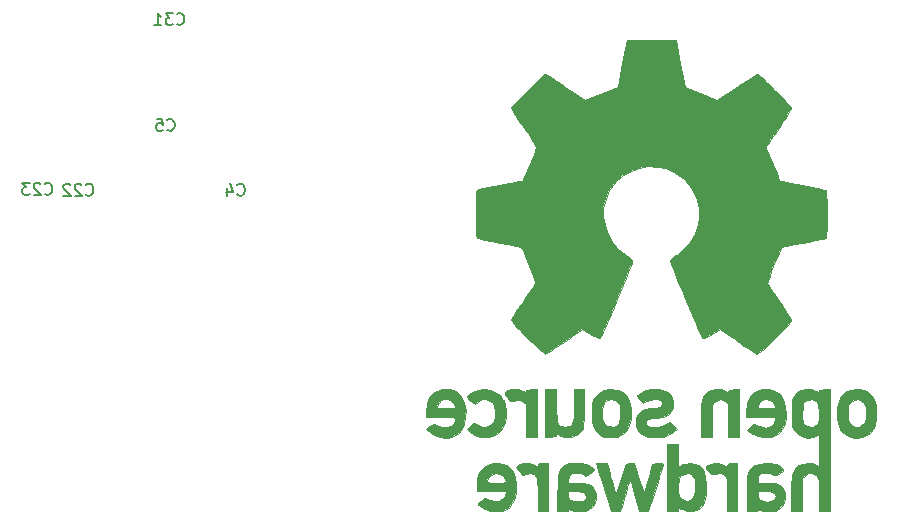
<source format=gbo>
%TF.GenerationSoftware,KiCad,Pcbnew,5.1.6*%
%TF.CreationDate,2020-07-15T16:20:24+02:00*%
%TF.ProjectId,CMM2-JLC,434d4d32-2d4a-44c4-932e-6b696361645f,rev?*%
%TF.SameCoordinates,Original*%
%TF.FileFunction,Legend,Bot*%
%TF.FilePolarity,Positive*%
%FSLAX46Y46*%
G04 Gerber Fmt 4.6, Leading zero omitted, Abs format (unit mm)*
G04 Created by KiCad (PCBNEW 5.1.6) date 2020-07-15 16:20:24*
%MOMM*%
%LPD*%
G01*
G04 APERTURE LIST*
%ADD10C,0.010000*%
%ADD11C,0.150000*%
G04 APERTURE END LIST*
D10*
%TO.C,REF\u002A\u002A*%
G36*
X141991615Y-108030332D02*
G01*
X141816029Y-108117080D01*
X141599502Y-108268243D01*
X141441689Y-108433084D01*
X141333610Y-108640074D01*
X141266282Y-108917685D01*
X141230726Y-109294388D01*
X141217959Y-109798656D01*
X141217213Y-110015447D01*
X141219392Y-110490574D01*
X141228443Y-110830136D01*
X141248135Y-111065100D01*
X141282236Y-111226430D01*
X141334517Y-111345090D01*
X141388916Y-111426039D01*
X141736160Y-111770450D01*
X142145076Y-111977612D01*
X142586207Y-112039920D01*
X143030092Y-111949770D01*
X143170719Y-111886018D01*
X143507377Y-111710542D01*
X143507377Y-114460343D01*
X143261676Y-114333286D01*
X142937934Y-114234981D01*
X142540010Y-114209799D01*
X142142655Y-114256294D01*
X141842579Y-114360739D01*
X141593681Y-114559651D01*
X141381016Y-114844286D01*
X141365026Y-114873510D01*
X141297585Y-115011163D01*
X141248331Y-115149912D01*
X141214427Y-115317991D01*
X141193037Y-115543631D01*
X141181324Y-115855066D01*
X141176453Y-116280530D01*
X141175573Y-116759328D01*
X141175573Y-118286885D01*
X142091639Y-118286885D01*
X142091639Y-115470215D01*
X142347865Y-115254616D01*
X142614035Y-115082158D01*
X142866096Y-115050801D01*
X143119555Y-115131494D01*
X143254633Y-115210508D01*
X143355171Y-115323054D01*
X143426675Y-115493144D01*
X143474656Y-115744788D01*
X143504621Y-116101996D01*
X143522080Y-116588781D01*
X143528228Y-116912787D01*
X143549016Y-118245246D01*
X143986229Y-118270417D01*
X144423442Y-118295589D01*
X144423442Y-110026928D01*
X143507377Y-110026928D01*
X143484022Y-110487906D01*
X143405323Y-110807900D01*
X143258332Y-111006994D01*
X143030097Y-111105278D01*
X142799508Y-111124918D01*
X142538476Y-111102350D01*
X142365234Y-111013527D01*
X142256902Y-110896161D01*
X142171619Y-110769924D01*
X142120851Y-110629290D01*
X142098262Y-110432245D01*
X142097519Y-110136774D01*
X142105120Y-109889366D01*
X142122575Y-109516656D01*
X142148560Y-109271964D01*
X142192317Y-109116754D01*
X142263091Y-109012489D01*
X142329881Y-108952221D01*
X142608949Y-108820797D01*
X142939238Y-108799574D01*
X143128891Y-108844846D01*
X143316668Y-109005762D01*
X143441052Y-109318784D01*
X143501337Y-109781703D01*
X143507377Y-110026928D01*
X144423442Y-110026928D01*
X144423442Y-107960328D01*
X143965409Y-107960328D01*
X143690412Y-107971203D01*
X143548533Y-108009817D01*
X143507394Y-108085151D01*
X143507377Y-108087384D01*
X143488289Y-108161161D01*
X143404102Y-108152786D01*
X143236721Y-108071718D01*
X142846708Y-107947699D01*
X142407908Y-107934663D01*
X141991615Y-108030332D01*
G37*
X141991615Y-108030332D02*
X141816029Y-108117080D01*
X141599502Y-108268243D01*
X141441689Y-108433084D01*
X141333610Y-108640074D01*
X141266282Y-108917685D01*
X141230726Y-109294388D01*
X141217959Y-109798656D01*
X141217213Y-110015447D01*
X141219392Y-110490574D01*
X141228443Y-110830136D01*
X141248135Y-111065100D01*
X141282236Y-111226430D01*
X141334517Y-111345090D01*
X141388916Y-111426039D01*
X141736160Y-111770450D01*
X142145076Y-111977612D01*
X142586207Y-112039920D01*
X143030092Y-111949770D01*
X143170719Y-111886018D01*
X143507377Y-111710542D01*
X143507377Y-114460343D01*
X143261676Y-114333286D01*
X142937934Y-114234981D01*
X142540010Y-114209799D01*
X142142655Y-114256294D01*
X141842579Y-114360739D01*
X141593681Y-114559651D01*
X141381016Y-114844286D01*
X141365026Y-114873510D01*
X141297585Y-115011163D01*
X141248331Y-115149912D01*
X141214427Y-115317991D01*
X141193037Y-115543631D01*
X141181324Y-115855066D01*
X141176453Y-116280530D01*
X141175573Y-116759328D01*
X141175573Y-118286885D01*
X142091639Y-118286885D01*
X142091639Y-115470215D01*
X142347865Y-115254616D01*
X142614035Y-115082158D01*
X142866096Y-115050801D01*
X143119555Y-115131494D01*
X143254633Y-115210508D01*
X143355171Y-115323054D01*
X143426675Y-115493144D01*
X143474656Y-115744788D01*
X143504621Y-116101996D01*
X143522080Y-116588781D01*
X143528228Y-116912787D01*
X143549016Y-118245246D01*
X143986229Y-118270417D01*
X144423442Y-118295589D01*
X144423442Y-110026928D01*
X143507377Y-110026928D01*
X143484022Y-110487906D01*
X143405323Y-110807900D01*
X143258332Y-111006994D01*
X143030097Y-111105278D01*
X142799508Y-111124918D01*
X142538476Y-111102350D01*
X142365234Y-111013527D01*
X142256902Y-110896161D01*
X142171619Y-110769924D01*
X142120851Y-110629290D01*
X142098262Y-110432245D01*
X142097519Y-110136774D01*
X142105120Y-109889366D01*
X142122575Y-109516656D01*
X142148560Y-109271964D01*
X142192317Y-109116754D01*
X142263091Y-109012489D01*
X142329881Y-108952221D01*
X142608949Y-108820797D01*
X142939238Y-108799574D01*
X143128891Y-108844846D01*
X143316668Y-109005762D01*
X143441052Y-109318784D01*
X143501337Y-109781703D01*
X143507377Y-110026928D01*
X144423442Y-110026928D01*
X144423442Y-107960328D01*
X143965409Y-107960328D01*
X143690412Y-107971203D01*
X143548533Y-108009817D01*
X143507394Y-108085151D01*
X143507377Y-108087384D01*
X143488289Y-108161161D01*
X143404102Y-108152786D01*
X143236721Y-108071718D01*
X142846708Y-107947699D01*
X142407908Y-107934663D01*
X141991615Y-108030332D01*
G36*
X138517558Y-114238494D02*
G01*
X138125778Y-114343027D01*
X137827533Y-114532505D01*
X137617069Y-114780676D01*
X137551641Y-114886591D01*
X137503337Y-114997535D01*
X137469568Y-115139459D01*
X137447745Y-115338308D01*
X137435279Y-115620032D01*
X137429581Y-116010578D01*
X137428063Y-116535895D01*
X137428032Y-116675266D01*
X137428032Y-118286885D01*
X137827770Y-118286885D01*
X138082739Y-118269029D01*
X138271267Y-118223791D01*
X138318501Y-118195891D01*
X138447630Y-118147740D01*
X138579518Y-118195891D01*
X138796664Y-118256006D01*
X139112083Y-118280200D01*
X139461687Y-118269702D01*
X139781386Y-118225737D01*
X139968032Y-118169325D01*
X140329217Y-117937462D01*
X140554940Y-117615694D01*
X140656417Y-117187872D01*
X140657360Y-117176885D01*
X140648454Y-116987094D01*
X139843114Y-116987094D01*
X139772708Y-117202968D01*
X139658027Y-117324458D01*
X139427826Y-117416344D01*
X139123972Y-117453023D01*
X138814121Y-117434970D01*
X138565928Y-117362664D01*
X138496393Y-117316273D01*
X138374887Y-117101919D01*
X138344098Y-116858240D01*
X138344098Y-116538033D01*
X138804805Y-116538033D01*
X139242482Y-116571726D01*
X139574273Y-116667185D01*
X139780675Y-116815972D01*
X139843114Y-116987094D01*
X140648454Y-116987094D01*
X140635425Y-116709462D01*
X140481261Y-116339892D01*
X140191427Y-116060412D01*
X140151366Y-116034989D01*
X139979219Y-115952209D01*
X139766145Y-115902081D01*
X139468282Y-115877716D01*
X139114426Y-115872114D01*
X138344098Y-115871803D01*
X138344098Y-115548885D01*
X138376774Y-115298336D01*
X138460156Y-115130482D01*
X138469918Y-115121546D01*
X138655471Y-115048117D01*
X138935568Y-115019655D01*
X139245110Y-115033642D01*
X139518998Y-115087559D01*
X139681518Y-115168424D01*
X139769580Y-115233201D01*
X139862569Y-115245568D01*
X139990901Y-115192496D01*
X140184990Y-115060958D01*
X140475252Y-114837926D01*
X140501893Y-114817032D01*
X140488242Y-114739723D01*
X140374355Y-114611144D01*
X140201259Y-114468261D01*
X140009983Y-114348042D01*
X139949887Y-114319653D01*
X139730681Y-114263006D01*
X139409470Y-114222599D01*
X139050604Y-114206391D01*
X139033822Y-114206359D01*
X138517558Y-114238494D01*
G37*
X138517558Y-114238494D02*
X138125778Y-114343027D01*
X137827533Y-114532505D01*
X137617069Y-114780676D01*
X137551641Y-114886591D01*
X137503337Y-114997535D01*
X137469568Y-115139459D01*
X137447745Y-115338308D01*
X137435279Y-115620032D01*
X137429581Y-116010578D01*
X137428063Y-116535895D01*
X137428032Y-116675266D01*
X137428032Y-118286885D01*
X137827770Y-118286885D01*
X138082739Y-118269029D01*
X138271267Y-118223791D01*
X138318501Y-118195891D01*
X138447630Y-118147740D01*
X138579518Y-118195891D01*
X138796664Y-118256006D01*
X139112083Y-118280200D01*
X139461687Y-118269702D01*
X139781386Y-118225737D01*
X139968032Y-118169325D01*
X140329217Y-117937462D01*
X140554940Y-117615694D01*
X140656417Y-117187872D01*
X140657360Y-117176885D01*
X140648454Y-116987094D01*
X139843114Y-116987094D01*
X139772708Y-117202968D01*
X139658027Y-117324458D01*
X139427826Y-117416344D01*
X139123972Y-117453023D01*
X138814121Y-117434970D01*
X138565928Y-117362664D01*
X138496393Y-117316273D01*
X138374887Y-117101919D01*
X138344098Y-116858240D01*
X138344098Y-116538033D01*
X138804805Y-116538033D01*
X139242482Y-116571726D01*
X139574273Y-116667185D01*
X139780675Y-116815972D01*
X139843114Y-116987094D01*
X140648454Y-116987094D01*
X140635425Y-116709462D01*
X140481261Y-116339892D01*
X140191427Y-116060412D01*
X140151366Y-116034989D01*
X139979219Y-115952209D01*
X139766145Y-115902081D01*
X139468282Y-115877716D01*
X139114426Y-115872114D01*
X138344098Y-115871803D01*
X138344098Y-115548885D01*
X138376774Y-115298336D01*
X138460156Y-115130482D01*
X138469918Y-115121546D01*
X138655471Y-115048117D01*
X138935568Y-115019655D01*
X139245110Y-115033642D01*
X139518998Y-115087559D01*
X139681518Y-115168424D01*
X139769580Y-115233201D01*
X139862569Y-115245568D01*
X139990901Y-115192496D01*
X140184990Y-115060958D01*
X140475252Y-114837926D01*
X140501893Y-114817032D01*
X140488242Y-114739723D01*
X140374355Y-114611144D01*
X140201259Y-114468261D01*
X140009983Y-114348042D01*
X139949887Y-114319653D01*
X139730681Y-114263006D01*
X139409470Y-114222599D01*
X139050604Y-114206391D01*
X139033822Y-114206359D01*
X138517558Y-114238494D01*
G36*
X135928950Y-114215079D02*
G01*
X135804325Y-114252436D01*
X135764149Y-114334510D01*
X135762459Y-114371563D01*
X135755249Y-114474766D01*
X135705599Y-114490968D01*
X135571474Y-114420215D01*
X135491803Y-114371874D01*
X135240453Y-114268350D01*
X134940246Y-114217162D01*
X134625474Y-114213226D01*
X134330428Y-114251458D01*
X134089399Y-114326773D01*
X133936680Y-114434087D01*
X133906562Y-114568315D01*
X133921762Y-114604665D01*
X134032563Y-114755554D01*
X134204379Y-114941136D01*
X134235456Y-114971135D01*
X134399224Y-115109080D01*
X134540525Y-115153650D01*
X134738135Y-115122544D01*
X134817303Y-115101875D01*
X135063656Y-115052231D01*
X135236871Y-115074555D01*
X135383151Y-115153292D01*
X135517147Y-115258958D01*
X135615835Y-115391847D01*
X135684418Y-115577303D01*
X135728095Y-115840667D01*
X135752067Y-116207282D01*
X135761537Y-116702491D01*
X135762459Y-117001487D01*
X135762459Y-118286885D01*
X136595245Y-118286885D01*
X136595245Y-114206229D01*
X136178852Y-114206229D01*
X135928950Y-114215079D01*
G37*
X135928950Y-114215079D02*
X135804325Y-114252436D01*
X135764149Y-114334510D01*
X135762459Y-114371563D01*
X135755249Y-114474766D01*
X135705599Y-114490968D01*
X135571474Y-114420215D01*
X135491803Y-114371874D01*
X135240453Y-114268350D01*
X134940246Y-114217162D01*
X134625474Y-114213226D01*
X134330428Y-114251458D01*
X134089399Y-114326773D01*
X133936680Y-114434087D01*
X133906562Y-114568315D01*
X133921762Y-114604665D01*
X134032563Y-114755554D01*
X134204379Y-114941136D01*
X134235456Y-114971135D01*
X134399224Y-115109080D01*
X134540525Y-115153650D01*
X134738135Y-115122544D01*
X134817303Y-115101875D01*
X135063656Y-115052231D01*
X135236871Y-115074555D01*
X135383151Y-115153292D01*
X135517147Y-115258958D01*
X135615835Y-115391847D01*
X135684418Y-115577303D01*
X135728095Y-115840667D01*
X135752067Y-116207282D01*
X135761537Y-116702491D01*
X135762459Y-117001487D01*
X135762459Y-118286885D01*
X136595245Y-118286885D01*
X136595245Y-114206229D01*
X136178852Y-114206229D01*
X135928950Y-114215079D01*
G36*
X130682459Y-118286885D02*
G01*
X131140491Y-118286885D01*
X131406349Y-118279091D01*
X131544810Y-118246813D01*
X131594663Y-118176707D01*
X131598524Y-118129305D01*
X131606931Y-118034246D01*
X131659948Y-118016016D01*
X131799266Y-118074615D01*
X131907608Y-118129305D01*
X132323554Y-118258902D01*
X132775706Y-118266401D01*
X133143309Y-118169746D01*
X133485625Y-117936235D01*
X133746567Y-117591562D01*
X133889454Y-117185012D01*
X133893092Y-117162282D01*
X133914322Y-116914272D01*
X133924879Y-116558234D01*
X133924030Y-116288959D01*
X133014344Y-116288959D01*
X132993269Y-116646856D01*
X132945331Y-116941847D01*
X132880433Y-117108433D01*
X132634912Y-117336081D01*
X132343401Y-117417690D01*
X132042785Y-117351696D01*
X131785901Y-117154843D01*
X131688615Y-117022448D01*
X131631731Y-116864462D01*
X131605087Y-116633852D01*
X131598524Y-116287471D01*
X131610270Y-115944457D01*
X131641294Y-115643080D01*
X131685276Y-115441395D01*
X131692606Y-115423317D01*
X131869975Y-115208390D01*
X132128855Y-115090390D01*
X132418514Y-115071337D01*
X132688217Y-115153251D01*
X132887234Y-115338152D01*
X132907879Y-115374945D01*
X132972499Y-115599291D01*
X133007704Y-115921867D01*
X133014344Y-116288959D01*
X133924030Y-116288959D01*
X133923599Y-116152424D01*
X133917611Y-115934020D01*
X133876883Y-115393711D01*
X133792233Y-114988047D01*
X133651412Y-114688153D01*
X133442175Y-114465157D01*
X133239042Y-114334254D01*
X132955232Y-114242233D01*
X132602241Y-114210672D01*
X132240785Y-114236379D01*
X131931574Y-114316161D01*
X131768202Y-114411602D01*
X131598524Y-114565158D01*
X131598524Y-112623934D01*
X130682459Y-112623934D01*
X130682459Y-118286885D01*
G37*
X130682459Y-118286885D02*
X131140491Y-118286885D01*
X131406349Y-118279091D01*
X131544810Y-118246813D01*
X131594663Y-118176707D01*
X131598524Y-118129305D01*
X131606931Y-118034246D01*
X131659948Y-118016016D01*
X131799266Y-118074615D01*
X131907608Y-118129305D01*
X132323554Y-118258902D01*
X132775706Y-118266401D01*
X133143309Y-118169746D01*
X133485625Y-117936235D01*
X133746567Y-117591562D01*
X133889454Y-117185012D01*
X133893092Y-117162282D01*
X133914322Y-116914272D01*
X133924879Y-116558234D01*
X133924030Y-116288959D01*
X133014344Y-116288959D01*
X132993269Y-116646856D01*
X132945331Y-116941847D01*
X132880433Y-117108433D01*
X132634912Y-117336081D01*
X132343401Y-117417690D01*
X132042785Y-117351696D01*
X131785901Y-117154843D01*
X131688615Y-117022448D01*
X131631731Y-116864462D01*
X131605087Y-116633852D01*
X131598524Y-116287471D01*
X131610270Y-115944457D01*
X131641294Y-115643080D01*
X131685276Y-115441395D01*
X131692606Y-115423317D01*
X131869975Y-115208390D01*
X132128855Y-115090390D01*
X132418514Y-115071337D01*
X132688217Y-115153251D01*
X132887234Y-115338152D01*
X132907879Y-115374945D01*
X132972499Y-115599291D01*
X133007704Y-115921867D01*
X133014344Y-116288959D01*
X133924030Y-116288959D01*
X133923599Y-116152424D01*
X133917611Y-115934020D01*
X133876883Y-115393711D01*
X133792233Y-114988047D01*
X133651412Y-114688153D01*
X133442175Y-114465157D01*
X133239042Y-114334254D01*
X132955232Y-114242233D01*
X132602241Y-114210672D01*
X132240785Y-114236379D01*
X131931574Y-114316161D01*
X131768202Y-114411602D01*
X131598524Y-114565158D01*
X131598524Y-112623934D01*
X130682459Y-112623934D01*
X130682459Y-118286885D01*
G36*
X127485479Y-114223144D02*
G01*
X127156115Y-114247869D01*
X126725503Y-115538688D01*
X126294890Y-116829508D01*
X126159871Y-116371475D01*
X126078618Y-116088407D01*
X125971733Y-115705872D01*
X125856316Y-115285385D01*
X125795289Y-115059836D01*
X125565727Y-114206229D01*
X124618626Y-114206229D01*
X124901722Y-115101475D01*
X125041134Y-115541806D01*
X125209554Y-116072942D01*
X125385438Y-116626983D01*
X125542456Y-117120983D01*
X125900095Y-118245246D01*
X126672377Y-118295492D01*
X126881764Y-117604139D01*
X127010894Y-117174669D01*
X127151815Y-116701207D01*
X127274978Y-116283051D01*
X127279838Y-116266410D01*
X127371829Y-115983073D01*
X127452993Y-115789747D01*
X127509840Y-115716642D01*
X127521522Y-115725098D01*
X127562524Y-115838434D01*
X127640429Y-116081209D01*
X127745755Y-116422895D01*
X127869018Y-116832964D01*
X127935713Y-117058524D01*
X128296907Y-118286885D01*
X129063466Y-118286885D01*
X129676266Y-116350655D01*
X129848418Y-115807518D01*
X130005239Y-115314275D01*
X130139322Y-114894096D01*
X130243261Y-114570152D01*
X130309651Y-114365616D01*
X130329831Y-114305855D01*
X130313856Y-114244667D01*
X130188415Y-114217869D01*
X129927369Y-114220549D01*
X129886506Y-114222576D01*
X129402416Y-114247869D01*
X129085366Y-115413770D01*
X128968830Y-115838972D01*
X128864689Y-116212754D01*
X128782111Y-116502661D01*
X128730267Y-116676239D01*
X128720688Y-116704538D01*
X128680991Y-116671996D01*
X128600939Y-116503393D01*
X128489724Y-116221683D01*
X128356538Y-115849821D01*
X128243951Y-115513911D01*
X127814844Y-114198418D01*
X127485479Y-114223144D01*
G37*
X127485479Y-114223144D02*
X127156115Y-114247869D01*
X126725503Y-115538688D01*
X126294890Y-116829508D01*
X126159871Y-116371475D01*
X126078618Y-116088407D01*
X125971733Y-115705872D01*
X125856316Y-115285385D01*
X125795289Y-115059836D01*
X125565727Y-114206229D01*
X124618626Y-114206229D01*
X124901722Y-115101475D01*
X125041134Y-115541806D01*
X125209554Y-116072942D01*
X125385438Y-116626983D01*
X125542456Y-117120983D01*
X125900095Y-118245246D01*
X126672377Y-118295492D01*
X126881764Y-117604139D01*
X127010894Y-117174669D01*
X127151815Y-116701207D01*
X127274978Y-116283051D01*
X127279838Y-116266410D01*
X127371829Y-115983073D01*
X127452993Y-115789747D01*
X127509840Y-115716642D01*
X127521522Y-115725098D01*
X127562524Y-115838434D01*
X127640429Y-116081209D01*
X127745755Y-116422895D01*
X127869018Y-116832964D01*
X127935713Y-117058524D01*
X128296907Y-118286885D01*
X129063466Y-118286885D01*
X129676266Y-116350655D01*
X129848418Y-115807518D01*
X130005239Y-115314275D01*
X130139322Y-114894096D01*
X130243261Y-114570152D01*
X130309651Y-114365616D01*
X130329831Y-114305855D01*
X130313856Y-114244667D01*
X130188415Y-114217869D01*
X129927369Y-114220549D01*
X129886506Y-114222576D01*
X129402416Y-114247869D01*
X129085366Y-115413770D01*
X128968830Y-115838972D01*
X128864689Y-116212754D01*
X128782111Y-116502661D01*
X128730267Y-116676239D01*
X128720688Y-116704538D01*
X128680991Y-116671996D01*
X128600939Y-116503393D01*
X128489724Y-116221683D01*
X128356538Y-115849821D01*
X128243951Y-115513911D01*
X127814844Y-114198418D01*
X127485479Y-114223144D01*
G36*
X122472659Y-114230959D02*
G01*
X122121641Y-114316217D01*
X122020176Y-114361385D01*
X121823492Y-114479693D01*
X121672546Y-114612943D01*
X121560858Y-114784270D01*
X121481948Y-115016809D01*
X121429336Y-115333696D01*
X121396541Y-115758068D01*
X121377085Y-116313058D01*
X121369697Y-116683770D01*
X121342510Y-118286885D01*
X121806911Y-118286885D01*
X122088646Y-118275071D01*
X122233796Y-118234699D01*
X122271311Y-118166906D01*
X122291118Y-118093597D01*
X122379667Y-118107613D01*
X122500327Y-118166393D01*
X122802394Y-118256491D01*
X123190613Y-118280769D01*
X123598938Y-118241057D01*
X123961320Y-118139183D01*
X123993821Y-118125043D01*
X124325018Y-117892376D01*
X124543352Y-117568934D01*
X124643817Y-117190860D01*
X124636142Y-117055029D01*
X123816473Y-117055029D01*
X123744250Y-117237827D01*
X123530115Y-117368821D01*
X123184632Y-117439126D01*
X123000000Y-117448462D01*
X122692300Y-117424563D01*
X122487770Y-117331687D01*
X122437868Y-117287541D01*
X122302678Y-117047361D01*
X122271311Y-116829508D01*
X122271311Y-116538033D01*
X122677295Y-116538033D01*
X123149226Y-116562086D01*
X123480238Y-116637742D01*
X123689389Y-116770241D01*
X123736217Y-116829311D01*
X123816473Y-117055029D01*
X124636142Y-117055029D01*
X124621409Y-116794296D01*
X124471120Y-116415384D01*
X124266064Y-116159312D01*
X124141870Y-116048603D01*
X124020290Y-115975848D01*
X123862096Y-115931488D01*
X123628057Y-115905963D01*
X123278945Y-115889714D01*
X123140474Y-115885042D01*
X122271311Y-115856642D01*
X122272586Y-115593567D01*
X122306248Y-115317038D01*
X122427947Y-115149833D01*
X122673810Y-115043013D01*
X122680405Y-115041110D01*
X123028992Y-114999109D01*
X123370096Y-115053970D01*
X123623600Y-115187377D01*
X123725316Y-115253250D01*
X123834869Y-115244136D01*
X124003455Y-115148697D01*
X124102453Y-115081341D01*
X124296089Y-114937432D01*
X124416035Y-114829558D01*
X124435282Y-114798674D01*
X124356029Y-114638847D01*
X124121871Y-114447978D01*
X124020163Y-114383578D01*
X123727774Y-114272663D01*
X123333726Y-114209826D01*
X122896021Y-114195710D01*
X122472659Y-114230959D01*
G37*
X122472659Y-114230959D02*
X122121641Y-114316217D01*
X122020176Y-114361385D01*
X121823492Y-114479693D01*
X121672546Y-114612943D01*
X121560858Y-114784270D01*
X121481948Y-115016809D01*
X121429336Y-115333696D01*
X121396541Y-115758068D01*
X121377085Y-116313058D01*
X121369697Y-116683770D01*
X121342510Y-118286885D01*
X121806911Y-118286885D01*
X122088646Y-118275071D01*
X122233796Y-118234699D01*
X122271311Y-118166906D01*
X122291118Y-118093597D01*
X122379667Y-118107613D01*
X122500327Y-118166393D01*
X122802394Y-118256491D01*
X123190613Y-118280769D01*
X123598938Y-118241057D01*
X123961320Y-118139183D01*
X123993821Y-118125043D01*
X124325018Y-117892376D01*
X124543352Y-117568934D01*
X124643817Y-117190860D01*
X124636142Y-117055029D01*
X123816473Y-117055029D01*
X123744250Y-117237827D01*
X123530115Y-117368821D01*
X123184632Y-117439126D01*
X123000000Y-117448462D01*
X122692300Y-117424563D01*
X122487770Y-117331687D01*
X122437868Y-117287541D01*
X122302678Y-117047361D01*
X122271311Y-116829508D01*
X122271311Y-116538033D01*
X122677295Y-116538033D01*
X123149226Y-116562086D01*
X123480238Y-116637742D01*
X123689389Y-116770241D01*
X123736217Y-116829311D01*
X123816473Y-117055029D01*
X124636142Y-117055029D01*
X124621409Y-116794296D01*
X124471120Y-116415384D01*
X124266064Y-116159312D01*
X124141870Y-116048603D01*
X124020290Y-115975848D01*
X123862096Y-115931488D01*
X123628057Y-115905963D01*
X123278945Y-115889714D01*
X123140474Y-115885042D01*
X122271311Y-115856642D01*
X122272586Y-115593567D01*
X122306248Y-115317038D01*
X122427947Y-115149833D01*
X122673810Y-115043013D01*
X122680405Y-115041110D01*
X123028992Y-114999109D01*
X123370096Y-115053970D01*
X123623600Y-115187377D01*
X123725316Y-115253250D01*
X123834869Y-115244136D01*
X124003455Y-115148697D01*
X124102453Y-115081341D01*
X124296089Y-114937432D01*
X124416035Y-114829558D01*
X124435282Y-114798674D01*
X124356029Y-114638847D01*
X124121871Y-114447978D01*
X124020163Y-114383578D01*
X123727774Y-114272663D01*
X123333726Y-114209826D01*
X122896021Y-114195710D01*
X122472659Y-114230959D01*
G36*
X118519786Y-114204919D02*
G01*
X118199636Y-114268034D01*
X118017375Y-114361485D01*
X117825642Y-114516740D01*
X118098425Y-114861157D01*
X118266611Y-115069733D01*
X118380815Y-115171491D01*
X118494312Y-115187037D01*
X118660378Y-115136976D01*
X118738333Y-115108654D01*
X119056148Y-115066866D01*
X119347201Y-115156440D01*
X119560879Y-115358798D01*
X119595590Y-115423317D01*
X119633393Y-115594230D01*
X119662568Y-115909212D01*
X119681747Y-116345937D01*
X119689562Y-116882075D01*
X119689672Y-116958344D01*
X119689672Y-118286885D01*
X120605737Y-118286885D01*
X120605737Y-114206229D01*
X120147704Y-114206229D01*
X119883601Y-114213125D01*
X119746016Y-114243814D01*
X119695139Y-114313296D01*
X119689672Y-114378831D01*
X119689672Y-114551433D01*
X119470244Y-114378831D01*
X119218640Y-114261076D01*
X118880638Y-114202852D01*
X118519786Y-114204919D01*
G37*
X118519786Y-114204919D02*
X118199636Y-114268034D01*
X118017375Y-114361485D01*
X117825642Y-114516740D01*
X118098425Y-114861157D01*
X118266611Y-115069733D01*
X118380815Y-115171491D01*
X118494312Y-115187037D01*
X118660378Y-115136976D01*
X118738333Y-115108654D01*
X119056148Y-115066866D01*
X119347201Y-115156440D01*
X119560879Y-115358798D01*
X119595590Y-115423317D01*
X119633393Y-115594230D01*
X119662568Y-115909212D01*
X119681747Y-116345937D01*
X119689562Y-116882075D01*
X119689672Y-116958344D01*
X119689672Y-118286885D01*
X120605737Y-118286885D01*
X120605737Y-114206229D01*
X120147704Y-114206229D01*
X119883601Y-114213125D01*
X119746016Y-114243814D01*
X119695139Y-114313296D01*
X119689672Y-114378831D01*
X119689672Y-114551433D01*
X119470244Y-114378831D01*
X119218640Y-114261076D01*
X118880638Y-114202852D01*
X118519786Y-114204919D01*
G36*
X115888315Y-114227997D02*
G01*
X115490248Y-114331492D01*
X115156877Y-114545087D01*
X114995461Y-114704652D01*
X114730863Y-115081861D01*
X114579220Y-115519440D01*
X114527124Y-116057336D01*
X114526857Y-116100819D01*
X114526393Y-116538033D01*
X117042810Y-116538033D01*
X116989170Y-116767049D01*
X116892317Y-116974463D01*
X116722807Y-117190580D01*
X116687353Y-117225082D01*
X116382640Y-117411808D01*
X116035151Y-117443475D01*
X115635177Y-117320625D01*
X115567377Y-117287541D01*
X115359424Y-117186967D01*
X115220137Y-117129667D01*
X115195834Y-117124368D01*
X115110998Y-117175826D01*
X114949202Y-117301721D01*
X114867070Y-117370517D01*
X114696880Y-117528552D01*
X114640993Y-117632901D01*
X114679780Y-117728892D01*
X114700513Y-117755139D01*
X114840938Y-117870015D01*
X115072652Y-118009626D01*
X115234262Y-118091127D01*
X115692997Y-118234723D01*
X116200871Y-118281249D01*
X116681852Y-118226117D01*
X116816557Y-118186642D01*
X117233475Y-117963223D01*
X117542507Y-117619442D01*
X117745443Y-117151958D01*
X117844069Y-116557431D01*
X117854898Y-116246557D01*
X117823280Y-115793946D01*
X117024754Y-115793946D01*
X116947519Y-115827404D01*
X116739915Y-115853658D01*
X116438088Y-115869150D01*
X116233606Y-115871803D01*
X115865798Y-115869246D01*
X115633651Y-115857276D01*
X115506296Y-115829447D01*
X115452865Y-115779310D01*
X115442459Y-115706559D01*
X115513854Y-115482458D01*
X115693607Y-115260975D01*
X115930067Y-115090977D01*
X116166619Y-115021436D01*
X116487911Y-115083125D01*
X116766044Y-115261464D01*
X116958885Y-115518525D01*
X117024754Y-115793946D01*
X117823280Y-115793946D01*
X117808855Y-115587465D01*
X117666751Y-115062349D01*
X117425579Y-114667050D01*
X117082332Y-114397404D01*
X116634003Y-114249251D01*
X116391124Y-114220719D01*
X115888315Y-114227997D01*
G37*
X115888315Y-114227997D02*
X115490248Y-114331492D01*
X115156877Y-114545087D01*
X114995461Y-114704652D01*
X114730863Y-115081861D01*
X114579220Y-115519440D01*
X114527124Y-116057336D01*
X114526857Y-116100819D01*
X114526393Y-116538033D01*
X117042810Y-116538033D01*
X116989170Y-116767049D01*
X116892317Y-116974463D01*
X116722807Y-117190580D01*
X116687353Y-117225082D01*
X116382640Y-117411808D01*
X116035151Y-117443475D01*
X115635177Y-117320625D01*
X115567377Y-117287541D01*
X115359424Y-117186967D01*
X115220137Y-117129667D01*
X115195834Y-117124368D01*
X115110998Y-117175826D01*
X114949202Y-117301721D01*
X114867070Y-117370517D01*
X114696880Y-117528552D01*
X114640993Y-117632901D01*
X114679780Y-117728892D01*
X114700513Y-117755139D01*
X114840938Y-117870015D01*
X115072652Y-118009626D01*
X115234262Y-118091127D01*
X115692997Y-118234723D01*
X116200871Y-118281249D01*
X116681852Y-118226117D01*
X116816557Y-118186642D01*
X117233475Y-117963223D01*
X117542507Y-117619442D01*
X117745443Y-117151958D01*
X117844069Y-116557431D01*
X117854898Y-116246557D01*
X117823280Y-115793946D01*
X117024754Y-115793946D01*
X116947519Y-115827404D01*
X116739915Y-115853658D01*
X116438088Y-115869150D01*
X116233606Y-115871803D01*
X115865798Y-115869246D01*
X115633651Y-115857276D01*
X115506296Y-115829447D01*
X115452865Y-115779310D01*
X115442459Y-115706559D01*
X115513854Y-115482458D01*
X115693607Y-115260975D01*
X115930067Y-115090977D01*
X116166619Y-115021436D01*
X116487911Y-115083125D01*
X116766044Y-115261464D01*
X116958885Y-115518525D01*
X117024754Y-115793946D01*
X117823280Y-115793946D01*
X117808855Y-115587465D01*
X117666751Y-115062349D01*
X117425579Y-114667050D01*
X117082332Y-114397404D01*
X116634003Y-114249251D01*
X116391124Y-114220719D01*
X115888315Y-114227997D01*
G36*
X146160779Y-108003603D02*
G01*
X145725105Y-108196215D01*
X145394367Y-108517838D01*
X145168085Y-108968963D01*
X145045776Y-109550083D01*
X145037009Y-109640815D01*
X145030139Y-110280512D01*
X145119203Y-110841228D01*
X145298781Y-111295693D01*
X145394942Y-111441882D01*
X145729890Y-111751285D01*
X146156463Y-111951675D01*
X146633692Y-112034835D01*
X147120605Y-111992544D01*
X147490740Y-111862290D01*
X147809041Y-111642786D01*
X148069191Y-111354992D01*
X148073691Y-111348259D01*
X148179340Y-111170628D01*
X148247998Y-110992010D01*
X148289575Y-110766588D01*
X148313982Y-110448545D01*
X148324734Y-110187736D01*
X148329210Y-109951222D01*
X147496588Y-109951222D01*
X147488450Y-110186670D01*
X147458910Y-110500097D01*
X147406795Y-110701241D01*
X147312813Y-110844346D01*
X147224793Y-110927941D01*
X146912753Y-111102967D01*
X146586261Y-111126358D01*
X146282192Y-111000424D01*
X146130160Y-110859306D01*
X146020605Y-110717099D01*
X145956525Y-110581024D01*
X145928400Y-110403933D01*
X145926715Y-110138677D01*
X145935382Y-109894389D01*
X145954022Y-109545419D01*
X145983575Y-109319076D01*
X146036840Y-109171441D01*
X146126618Y-109058595D01*
X146197760Y-108994099D01*
X146495341Y-108824679D01*
X146816374Y-108816234D01*
X147085559Y-108916584D01*
X147315199Y-109126149D01*
X147452008Y-109470396D01*
X147496588Y-109951222D01*
X148329210Y-109951222D01*
X148334551Y-109669095D01*
X148317785Y-109281220D01*
X148267543Y-108989490D01*
X148176936Y-108759281D01*
X148039072Y-108555972D01*
X147987956Y-108495604D01*
X147668350Y-108194823D01*
X147325537Y-108019132D01*
X146906302Y-107945524D01*
X146701871Y-107939508D01*
X146160779Y-108003603D01*
G37*
X146160779Y-108003603D02*
X145725105Y-108196215D01*
X145394367Y-108517838D01*
X145168085Y-108968963D01*
X145045776Y-109550083D01*
X145037009Y-109640815D01*
X145030139Y-110280512D01*
X145119203Y-110841228D01*
X145298781Y-111295693D01*
X145394942Y-111441882D01*
X145729890Y-111751285D01*
X146156463Y-111951675D01*
X146633692Y-112034835D01*
X147120605Y-111992544D01*
X147490740Y-111862290D01*
X147809041Y-111642786D01*
X148069191Y-111354992D01*
X148073691Y-111348259D01*
X148179340Y-111170628D01*
X148247998Y-110992010D01*
X148289575Y-110766588D01*
X148313982Y-110448545D01*
X148324734Y-110187736D01*
X148329210Y-109951222D01*
X147496588Y-109951222D01*
X147488450Y-110186670D01*
X147458910Y-110500097D01*
X147406795Y-110701241D01*
X147312813Y-110844346D01*
X147224793Y-110927941D01*
X146912753Y-111102967D01*
X146586261Y-111126358D01*
X146282192Y-111000424D01*
X146130160Y-110859306D01*
X146020605Y-110717099D01*
X145956525Y-110581024D01*
X145928400Y-110403933D01*
X145926715Y-110138677D01*
X145935382Y-109894389D01*
X145954022Y-109545419D01*
X145983575Y-109319076D01*
X146036840Y-109171441D01*
X146126618Y-109058595D01*
X146197760Y-108994099D01*
X146495341Y-108824679D01*
X146816374Y-108816234D01*
X147085559Y-108916584D01*
X147315199Y-109126149D01*
X147452008Y-109470396D01*
X147496588Y-109951222D01*
X148329210Y-109951222D01*
X148334551Y-109669095D01*
X148317785Y-109281220D01*
X148267543Y-108989490D01*
X148176936Y-108759281D01*
X148039072Y-108555972D01*
X147987956Y-108495604D01*
X147668350Y-108194823D01*
X147325537Y-108019132D01*
X146906302Y-107945524D01*
X146701871Y-107939508D01*
X146160779Y-108003603D01*
G36*
X138335350Y-108053051D02*
G01*
X138252362Y-108092122D01*
X137965131Y-108302525D01*
X137693527Y-108609586D01*
X137490723Y-108947690D01*
X137433040Y-109103133D01*
X137380411Y-109380796D01*
X137349030Y-109716353D01*
X137345218Y-109854918D01*
X137344754Y-110292131D01*
X139861170Y-110292131D01*
X139807531Y-110521147D01*
X139675867Y-110792007D01*
X139445678Y-111026092D01*
X139171826Y-111176884D01*
X138997315Y-111208196D01*
X138760656Y-111170197D01*
X138478297Y-111074891D01*
X138382377Y-111031042D01*
X138027658Y-110853887D01*
X137724939Y-111084782D01*
X137550261Y-111240947D01*
X137457316Y-111369843D01*
X137452609Y-111407674D01*
X137535643Y-111499362D01*
X137717620Y-111638698D01*
X137882789Y-111747400D01*
X138328498Y-111942810D01*
X138828174Y-112031255D01*
X139323420Y-112008260D01*
X139718196Y-111888058D01*
X140125151Y-111630568D01*
X140414357Y-111291548D01*
X140595278Y-110852923D01*
X140677378Y-110296618D01*
X140684658Y-110042067D01*
X140655522Y-109458750D01*
X140651943Y-109441782D01*
X139818118Y-109441782D01*
X139795153Y-109496483D01*
X139700768Y-109526647D01*
X139506097Y-109539576D01*
X139182271Y-109542570D01*
X139057579Y-109542623D01*
X138678206Y-109538103D01*
X138437622Y-109521688D01*
X138308231Y-109489099D01*
X138262439Y-109436054D01*
X138260819Y-109419019D01*
X138313080Y-109283649D01*
X138443874Y-109094010D01*
X138500104Y-109027609D01*
X138708851Y-108839812D01*
X138926450Y-108765975D01*
X139043686Y-108759803D01*
X139360852Y-108836986D01*
X139626826Y-109044309D01*
X139795543Y-109345434D01*
X139798533Y-109355246D01*
X139818118Y-109441782D01*
X140651943Y-109441782D01*
X140558632Y-108999443D01*
X140384089Y-108631966D01*
X140170622Y-108371114D01*
X139775960Y-108088261D01*
X139312029Y-107937112D01*
X138818576Y-107923448D01*
X138335350Y-108053051D01*
G37*
X138335350Y-108053051D02*
X138252362Y-108092122D01*
X137965131Y-108302525D01*
X137693527Y-108609586D01*
X137490723Y-108947690D01*
X137433040Y-109103133D01*
X137380411Y-109380796D01*
X137349030Y-109716353D01*
X137345218Y-109854918D01*
X137344754Y-110292131D01*
X139861170Y-110292131D01*
X139807531Y-110521147D01*
X139675867Y-110792007D01*
X139445678Y-111026092D01*
X139171826Y-111176884D01*
X138997315Y-111208196D01*
X138760656Y-111170197D01*
X138478297Y-111074891D01*
X138382377Y-111031042D01*
X138027658Y-110853887D01*
X137724939Y-111084782D01*
X137550261Y-111240947D01*
X137457316Y-111369843D01*
X137452609Y-111407674D01*
X137535643Y-111499362D01*
X137717620Y-111638698D01*
X137882789Y-111747400D01*
X138328498Y-111942810D01*
X138828174Y-112031255D01*
X139323420Y-112008260D01*
X139718196Y-111888058D01*
X140125151Y-111630568D01*
X140414357Y-111291548D01*
X140595278Y-110852923D01*
X140677378Y-110296618D01*
X140684658Y-110042067D01*
X140655522Y-109458750D01*
X140651943Y-109441782D01*
X139818118Y-109441782D01*
X139795153Y-109496483D01*
X139700768Y-109526647D01*
X139506097Y-109539576D01*
X139182271Y-109542570D01*
X139057579Y-109542623D01*
X138678206Y-109538103D01*
X138437622Y-109521688D01*
X138308231Y-109489099D01*
X138262439Y-109436054D01*
X138260819Y-109419019D01*
X138313080Y-109283649D01*
X138443874Y-109094010D01*
X138500104Y-109027609D01*
X138708851Y-108839812D01*
X138926450Y-108765975D01*
X139043686Y-108759803D01*
X139360852Y-108836986D01*
X139626826Y-109044309D01*
X139795543Y-109345434D01*
X139798533Y-109355246D01*
X139818118Y-109441782D01*
X140651943Y-109441782D01*
X140558632Y-108999443D01*
X140384089Y-108631966D01*
X140170622Y-108371114D01*
X139775960Y-108088261D01*
X139312029Y-107937112D01*
X138818576Y-107923448D01*
X138335350Y-108053051D01*
G36*
X129257164Y-107946006D02*
G01*
X128941800Y-108005814D01*
X128614629Y-108130904D01*
X128579672Y-108146852D01*
X128331565Y-108277312D01*
X128159741Y-108398547D01*
X128104204Y-108476212D01*
X128157093Y-108602873D01*
X128285560Y-108789761D01*
X128342583Y-108859524D01*
X128577578Y-109134131D01*
X128880535Y-108955382D01*
X129168860Y-108836303D01*
X129501999Y-108772652D01*
X129821476Y-108768632D01*
X130068811Y-108828441D01*
X130128167Y-108865771D01*
X130241204Y-109036932D01*
X130254941Y-109234097D01*
X130170359Y-109388124D01*
X130120327Y-109417996D01*
X129970407Y-109455093D01*
X129706878Y-109498695D01*
X129382017Y-109540359D01*
X129322087Y-109546893D01*
X128800320Y-109637150D01*
X128421890Y-109790460D01*
X128170914Y-110020981D01*
X128031513Y-110342869D01*
X127988088Y-110736030D01*
X128048078Y-111182946D01*
X128242882Y-111533897D01*
X128573277Y-111789515D01*
X129040045Y-111950435D01*
X129558196Y-112013924D01*
X129980734Y-112013160D01*
X130323469Y-111955497D01*
X130557540Y-111875888D01*
X130853300Y-111737173D01*
X131126625Y-111576194D01*
X131223770Y-111505339D01*
X131473606Y-111301409D01*
X131172293Y-110996517D01*
X130870981Y-110691626D01*
X130528408Y-110918330D01*
X130184811Y-111088599D01*
X129817904Y-111177659D01*
X129465205Y-111187056D01*
X129164237Y-111118340D01*
X128952519Y-110973058D01*
X128884157Y-110850475D01*
X128894412Y-110653881D01*
X129064285Y-110503545D01*
X129393313Y-110399731D01*
X129753798Y-110351750D01*
X130308582Y-110260207D01*
X130720730Y-110087496D01*
X130995756Y-109828560D01*
X131139174Y-109478344D01*
X131159042Y-109063130D01*
X131060904Y-108629428D01*
X130837160Y-108301609D01*
X130485806Y-108078175D01*
X130004837Y-107957628D01*
X129648513Y-107933997D01*
X129257164Y-107946006D01*
G37*
X129257164Y-107946006D02*
X128941800Y-108005814D01*
X128614629Y-108130904D01*
X128579672Y-108146852D01*
X128331565Y-108277312D01*
X128159741Y-108398547D01*
X128104204Y-108476212D01*
X128157093Y-108602873D01*
X128285560Y-108789761D01*
X128342583Y-108859524D01*
X128577578Y-109134131D01*
X128880535Y-108955382D01*
X129168860Y-108836303D01*
X129501999Y-108772652D01*
X129821476Y-108768632D01*
X130068811Y-108828441D01*
X130128167Y-108865771D01*
X130241204Y-109036932D01*
X130254941Y-109234097D01*
X130170359Y-109388124D01*
X130120327Y-109417996D01*
X129970407Y-109455093D01*
X129706878Y-109498695D01*
X129382017Y-109540359D01*
X129322087Y-109546893D01*
X128800320Y-109637150D01*
X128421890Y-109790460D01*
X128170914Y-110020981D01*
X128031513Y-110342869D01*
X127988088Y-110736030D01*
X128048078Y-111182946D01*
X128242882Y-111533897D01*
X128573277Y-111789515D01*
X129040045Y-111950435D01*
X129558196Y-112013924D01*
X129980734Y-112013160D01*
X130323469Y-111955497D01*
X130557540Y-111875888D01*
X130853300Y-111737173D01*
X131126625Y-111576194D01*
X131223770Y-111505339D01*
X131473606Y-111301409D01*
X131172293Y-110996517D01*
X130870981Y-110691626D01*
X130528408Y-110918330D01*
X130184811Y-111088599D01*
X129817904Y-111177659D01*
X129465205Y-111187056D01*
X129164237Y-111118340D01*
X128952519Y-110973058D01*
X128884157Y-110850475D01*
X128894412Y-110653881D01*
X129064285Y-110503545D01*
X129393313Y-110399731D01*
X129753798Y-110351750D01*
X130308582Y-110260207D01*
X130720730Y-110087496D01*
X130995756Y-109828560D01*
X131139174Y-109478344D01*
X131159042Y-109063130D01*
X131060904Y-108629428D01*
X130837160Y-108301609D01*
X130485806Y-108078175D01*
X130004837Y-107957628D01*
X129648513Y-107933997D01*
X129257164Y-107946006D01*
G36*
X125304957Y-108009610D02*
G01*
X124883728Y-108239009D01*
X124554169Y-108601147D01*
X124398892Y-108895675D01*
X124332228Y-109155814D01*
X124289033Y-109526665D01*
X124270521Y-109953878D01*
X124277910Y-110383100D01*
X124312412Y-110759981D01*
X124352713Y-110961273D01*
X124488665Y-111236645D01*
X124724115Y-111529132D01*
X125007869Y-111784903D01*
X125288735Y-111950125D01*
X125295585Y-111952746D01*
X125644109Y-112024943D01*
X126057146Y-112026730D01*
X126449651Y-111961002D01*
X126601208Y-111908322D01*
X126991558Y-111686967D01*
X127271123Y-111396955D01*
X127454801Y-111013005D01*
X127557491Y-110509839D01*
X127580725Y-110246283D01*
X127577761Y-109915106D01*
X126685081Y-109915106D01*
X126655011Y-110398353D01*
X126568455Y-110766606D01*
X126430897Y-111001897D01*
X126332899Y-111069180D01*
X126081814Y-111116100D01*
X125783363Y-111102208D01*
X125525333Y-111034690D01*
X125457668Y-110997544D01*
X125279143Y-110781198D01*
X125161310Y-110450101D01*
X125111152Y-110047162D01*
X125135652Y-109615292D01*
X125190407Y-109355379D01*
X125347617Y-109054381D01*
X125595791Y-108866227D01*
X125894677Y-108801173D01*
X126204026Y-108869476D01*
X126441651Y-109036545D01*
X126566530Y-109174386D01*
X126639414Y-109310252D01*
X126674154Y-109494128D01*
X126684601Y-109775998D01*
X126685081Y-109915106D01*
X127577761Y-109915106D01*
X127574430Y-109542989D01*
X127459888Y-108966268D01*
X127237086Y-108516098D01*
X126906013Y-108192460D01*
X126466659Y-107995331D01*
X126372316Y-107972472D01*
X125805328Y-107918811D01*
X125304957Y-108009610D01*
G37*
X125304957Y-108009610D02*
X124883728Y-108239009D01*
X124554169Y-108601147D01*
X124398892Y-108895675D01*
X124332228Y-109155814D01*
X124289033Y-109526665D01*
X124270521Y-109953878D01*
X124277910Y-110383100D01*
X124312412Y-110759981D01*
X124352713Y-110961273D01*
X124488665Y-111236645D01*
X124724115Y-111529132D01*
X125007869Y-111784903D01*
X125288735Y-111950125D01*
X125295585Y-111952746D01*
X125644109Y-112024943D01*
X126057146Y-112026730D01*
X126449651Y-111961002D01*
X126601208Y-111908322D01*
X126991558Y-111686967D01*
X127271123Y-111396955D01*
X127454801Y-111013005D01*
X127557491Y-110509839D01*
X127580725Y-110246283D01*
X127577761Y-109915106D01*
X126685081Y-109915106D01*
X126655011Y-110398353D01*
X126568455Y-110766606D01*
X126430897Y-111001897D01*
X126332899Y-111069180D01*
X126081814Y-111116100D01*
X125783363Y-111102208D01*
X125525333Y-111034690D01*
X125457668Y-110997544D01*
X125279143Y-110781198D01*
X125161310Y-110450101D01*
X125111152Y-110047162D01*
X125135652Y-109615292D01*
X125190407Y-109355379D01*
X125347617Y-109054381D01*
X125595791Y-108866227D01*
X125894677Y-108801173D01*
X126204026Y-108869476D01*
X126441651Y-109036545D01*
X126566530Y-109174386D01*
X126639414Y-109310252D01*
X126674154Y-109494128D01*
X126684601Y-109775998D01*
X126685081Y-109915106D01*
X127577761Y-109915106D01*
X127574430Y-109542989D01*
X127459888Y-108966268D01*
X127237086Y-108516098D01*
X126906013Y-108192460D01*
X126466659Y-107995331D01*
X126372316Y-107972472D01*
X125805328Y-107918811D01*
X125304957Y-108009610D01*
G36*
X122770983Y-109256622D02*
G01*
X122763112Y-109867396D01*
X122734354Y-110331319D01*
X122676991Y-110667572D01*
X122583304Y-110895341D01*
X122445577Y-111033810D01*
X122256091Y-111102160D01*
X122021475Y-111119621D01*
X121775753Y-111100056D01*
X121589111Y-111028574D01*
X121453832Y-110885990D01*
X121362197Y-110653121D01*
X121306490Y-110310782D01*
X121278991Y-109839791D01*
X121271967Y-109256622D01*
X121271967Y-107960328D01*
X120355901Y-107960328D01*
X120355901Y-111957705D01*
X120813934Y-111957705D01*
X121090058Y-111946516D01*
X121232243Y-111907222D01*
X121271967Y-111832625D01*
X121295891Y-111766187D01*
X121391106Y-111780242D01*
X121583029Y-111874264D01*
X122022903Y-112019308D01*
X122489452Y-112009032D01*
X122936490Y-111851531D01*
X123149373Y-111727116D01*
X123311755Y-111592407D01*
X123430384Y-111423856D01*
X123512008Y-111197913D01*
X123563376Y-110891029D01*
X123591238Y-110479653D01*
X123602341Y-109940236D01*
X123603770Y-109523102D01*
X123603770Y-107960328D01*
X122770983Y-107960328D01*
X122770983Y-109256622D01*
G37*
X122770983Y-109256622D02*
X122763112Y-109867396D01*
X122734354Y-110331319D01*
X122676991Y-110667572D01*
X122583304Y-110895341D01*
X122445577Y-111033810D01*
X122256091Y-111102160D01*
X122021475Y-111119621D01*
X121775753Y-111100056D01*
X121589111Y-111028574D01*
X121453832Y-110885990D01*
X121362197Y-110653121D01*
X121306490Y-110310782D01*
X121278991Y-109839791D01*
X121271967Y-109256622D01*
X121271967Y-107960328D01*
X120355901Y-107960328D01*
X120355901Y-111957705D01*
X120813934Y-111957705D01*
X121090058Y-111946516D01*
X121232243Y-111907222D01*
X121271967Y-111832625D01*
X121295891Y-111766187D01*
X121391106Y-111780242D01*
X121583029Y-111874264D01*
X122022903Y-112019308D01*
X122489452Y-112009032D01*
X122936490Y-111851531D01*
X123149373Y-111727116D01*
X123311755Y-111592407D01*
X123430384Y-111423856D01*
X123512008Y-111197913D01*
X123563376Y-110891029D01*
X123591238Y-110479653D01*
X123602341Y-109940236D01*
X123603770Y-109523102D01*
X123603770Y-107960328D01*
X122770983Y-107960328D01*
X122770983Y-109256622D01*
G36*
X114665423Y-107995204D02*
G01*
X114182913Y-108200180D01*
X114030938Y-108299961D01*
X113836704Y-108453301D01*
X113714775Y-108573871D01*
X113693606Y-108613142D01*
X113753384Y-108700284D01*
X113906362Y-108848153D01*
X114028835Y-108951358D01*
X114364065Y-109220755D01*
X114628772Y-108998019D01*
X114833328Y-108854226D01*
X115032779Y-108804591D01*
X115261050Y-108816713D01*
X115623532Y-108906836D01*
X115873049Y-109093898D01*
X116024684Y-109396307D01*
X116093520Y-109832472D01*
X116093537Y-109832745D01*
X116087584Y-110320248D01*
X115995066Y-110677932D01*
X115810515Y-110921459D01*
X115684700Y-111003927D01*
X115350565Y-111106621D01*
X114993675Y-111106683D01*
X114683169Y-111007043D01*
X114609672Y-110958360D01*
X114425340Y-110834007D01*
X114281225Y-110813626D01*
X114125795Y-110906183D01*
X113953964Y-111072423D01*
X113681977Y-111353042D01*
X113983953Y-111601956D01*
X114450520Y-111882886D01*
X114976654Y-112021331D01*
X115526480Y-112011306D01*
X115887567Y-111919509D01*
X116309611Y-111692498D01*
X116647147Y-111335370D01*
X116800494Y-111083278D01*
X116924692Y-110721582D01*
X116986837Y-110263490D01*
X116987316Y-109767019D01*
X116926514Y-109290185D01*
X116804816Y-108891005D01*
X116785648Y-108850078D01*
X116501795Y-108448682D01*
X116117481Y-108156433D01*
X115663071Y-107979395D01*
X115168930Y-107923630D01*
X114665423Y-107995204D01*
G37*
X114665423Y-107995204D02*
X114182913Y-108200180D01*
X114030938Y-108299961D01*
X113836704Y-108453301D01*
X113714775Y-108573871D01*
X113693606Y-108613142D01*
X113753384Y-108700284D01*
X113906362Y-108848153D01*
X114028835Y-108951358D01*
X114364065Y-109220755D01*
X114628772Y-108998019D01*
X114833328Y-108854226D01*
X115032779Y-108804591D01*
X115261050Y-108816713D01*
X115623532Y-108906836D01*
X115873049Y-109093898D01*
X116024684Y-109396307D01*
X116093520Y-109832472D01*
X116093537Y-109832745D01*
X116087584Y-110320248D01*
X115995066Y-110677932D01*
X115810515Y-110921459D01*
X115684700Y-111003927D01*
X115350565Y-111106621D01*
X114993675Y-111106683D01*
X114683169Y-111007043D01*
X114609672Y-110958360D01*
X114425340Y-110834007D01*
X114281225Y-110813626D01*
X114125795Y-110906183D01*
X113953964Y-111072423D01*
X113681977Y-111353042D01*
X113983953Y-111601956D01*
X114450520Y-111882886D01*
X114976654Y-112021331D01*
X115526480Y-112011306D01*
X115887567Y-111919509D01*
X116309611Y-111692498D01*
X116647147Y-111335370D01*
X116800494Y-111083278D01*
X116924692Y-110721582D01*
X116986837Y-110263490D01*
X116987316Y-109767019D01*
X116926514Y-109290185D01*
X116804816Y-108891005D01*
X116785648Y-108850078D01*
X116501795Y-108448682D01*
X116117481Y-108156433D01*
X115663071Y-107979395D01*
X115168930Y-107923630D01*
X114665423Y-107995204D01*
G36*
X111614416Y-107946038D02*
G01*
X111401171Y-107997843D01*
X110992339Y-108187543D01*
X110642749Y-108477266D01*
X110400806Y-108824639D01*
X110367566Y-108902634D01*
X110321968Y-109106930D01*
X110290050Y-109409146D01*
X110279180Y-109714601D01*
X110279180Y-110292131D01*
X111486721Y-110292131D01*
X111984762Y-110294014D01*
X112335621Y-110305445D01*
X112558669Y-110335099D01*
X112673279Y-110391653D01*
X112698823Y-110483779D01*
X112654675Y-110620154D01*
X112575589Y-110779726D01*
X112354982Y-111046034D01*
X112048416Y-111178709D01*
X111673717Y-111174388D01*
X111249274Y-111029981D01*
X110882453Y-110851766D01*
X110578075Y-111092440D01*
X110273698Y-111333115D01*
X110560051Y-111597685D01*
X110942343Y-111847663D01*
X111412493Y-111998378D01*
X111918203Y-112040555D01*
X112407174Y-111964920D01*
X112486065Y-111939256D01*
X112915820Y-111714827D01*
X113235499Y-111380236D01*
X113451839Y-110925495D01*
X113571579Y-110340615D01*
X113572974Y-110328080D01*
X113583695Y-109690664D01*
X113540354Y-109463263D01*
X112694262Y-109463263D01*
X112616556Y-109498231D01*
X112405589Y-109525016D01*
X112094586Y-109540309D01*
X111897502Y-109542623D01*
X111529973Y-109541175D01*
X111300171Y-109531966D01*
X111179268Y-109507695D01*
X111138433Y-109461060D01*
X111148838Y-109384763D01*
X111157566Y-109355246D01*
X111306551Y-109077888D01*
X111540868Y-108854358D01*
X111747653Y-108756132D01*
X112022368Y-108762063D01*
X112300741Y-108884556D01*
X112534251Y-109087365D01*
X112674379Y-109334244D01*
X112694262Y-109463263D01*
X113540354Y-109463263D01*
X113476842Y-109130040D01*
X113264855Y-108659559D01*
X112960178Y-108292568D01*
X112575251Y-108042418D01*
X112122516Y-107922458D01*
X111614416Y-107946038D01*
G37*
X111614416Y-107946038D02*
X111401171Y-107997843D01*
X110992339Y-108187543D01*
X110642749Y-108477266D01*
X110400806Y-108824639D01*
X110367566Y-108902634D01*
X110321968Y-109106930D01*
X110290050Y-109409146D01*
X110279180Y-109714601D01*
X110279180Y-110292131D01*
X111486721Y-110292131D01*
X111984762Y-110294014D01*
X112335621Y-110305445D01*
X112558669Y-110335099D01*
X112673279Y-110391653D01*
X112698823Y-110483779D01*
X112654675Y-110620154D01*
X112575589Y-110779726D01*
X112354982Y-111046034D01*
X112048416Y-111178709D01*
X111673717Y-111174388D01*
X111249274Y-111029981D01*
X110882453Y-110851766D01*
X110578075Y-111092440D01*
X110273698Y-111333115D01*
X110560051Y-111597685D01*
X110942343Y-111847663D01*
X111412493Y-111998378D01*
X111918203Y-112040555D01*
X112407174Y-111964920D01*
X112486065Y-111939256D01*
X112915820Y-111714827D01*
X113235499Y-111380236D01*
X113451839Y-110925495D01*
X113571579Y-110340615D01*
X113572974Y-110328080D01*
X113583695Y-109690664D01*
X113540354Y-109463263D01*
X112694262Y-109463263D01*
X112616556Y-109498231D01*
X112405589Y-109525016D01*
X112094586Y-109540309D01*
X111897502Y-109542623D01*
X111529973Y-109541175D01*
X111300171Y-109531966D01*
X111179268Y-109507695D01*
X111138433Y-109461060D01*
X111148838Y-109384763D01*
X111157566Y-109355246D01*
X111306551Y-109077888D01*
X111540868Y-108854358D01*
X111747653Y-108756132D01*
X112022368Y-108762063D01*
X112300741Y-108884556D01*
X112534251Y-109087365D01*
X112674379Y-109334244D01*
X112694262Y-109463263D01*
X113540354Y-109463263D01*
X113476842Y-109130040D01*
X113264855Y-108659559D01*
X112960178Y-108292568D01*
X112575251Y-108042418D01*
X112122516Y-107922458D01*
X111614416Y-107946038D01*
G36*
X134343784Y-108029125D02*
G01*
X134136520Y-108128124D01*
X133935788Y-108271122D01*
X133782864Y-108435705D01*
X133671476Y-108645622D01*
X133595354Y-108924625D01*
X133548229Y-109296466D01*
X133523830Y-109784895D01*
X133515887Y-110413665D01*
X133515763Y-110479508D01*
X133513934Y-111957705D01*
X134430000Y-111957705D01*
X134430000Y-110594962D01*
X134430652Y-110090100D01*
X134435162Y-109724186D01*
X134447362Y-109469613D01*
X134471082Y-109298771D01*
X134510152Y-109184052D01*
X134568405Y-109097848D01*
X134649552Y-109012667D01*
X134933462Y-108829648D01*
X135243387Y-108795686D01*
X135538645Y-108911402D01*
X135641326Y-108997526D01*
X135716706Y-109078498D01*
X135770826Y-109165214D01*
X135807206Y-109284925D01*
X135829367Y-109464882D01*
X135840828Y-109732336D01*
X135845111Y-110114539D01*
X135845737Y-110579821D01*
X135845737Y-111957705D01*
X136761803Y-111957705D01*
X136761803Y-107960328D01*
X136303770Y-107960328D01*
X136028772Y-107971203D01*
X135886894Y-108009817D01*
X135845755Y-108085151D01*
X135845737Y-108087384D01*
X135826650Y-108161162D01*
X135742465Y-108152789D01*
X135575081Y-108071722D01*
X135195454Y-107952447D01*
X134761197Y-107939182D01*
X134343784Y-108029125D01*
G37*
X134343784Y-108029125D02*
X134136520Y-108128124D01*
X133935788Y-108271122D01*
X133782864Y-108435705D01*
X133671476Y-108645622D01*
X133595354Y-108924625D01*
X133548229Y-109296466D01*
X133523830Y-109784895D01*
X133515887Y-110413665D01*
X133515763Y-110479508D01*
X133513934Y-111957705D01*
X134430000Y-111957705D01*
X134430000Y-110594962D01*
X134430652Y-110090100D01*
X134435162Y-109724186D01*
X134447362Y-109469613D01*
X134471082Y-109298771D01*
X134510152Y-109184052D01*
X134568405Y-109097848D01*
X134649552Y-109012667D01*
X134933462Y-108829648D01*
X135243387Y-108795686D01*
X135538645Y-108911402D01*
X135641326Y-108997526D01*
X135716706Y-109078498D01*
X135770826Y-109165214D01*
X135807206Y-109284925D01*
X135829367Y-109464882D01*
X135840828Y-109732336D01*
X135845111Y-110114539D01*
X135845737Y-110579821D01*
X135845737Y-111957705D01*
X136761803Y-111957705D01*
X136761803Y-107960328D01*
X136303770Y-107960328D01*
X136028772Y-107971203D01*
X135886894Y-108009817D01*
X135845755Y-108085151D01*
X135845737Y-108087384D01*
X135826650Y-108161162D01*
X135742465Y-108152789D01*
X135575081Y-108071722D01*
X135195454Y-107952447D01*
X134761197Y-107939182D01*
X134343784Y-108029125D01*
G36*
X117432262Y-107956462D02*
G01*
X117145816Y-108043978D01*
X116961388Y-108154560D01*
X116901311Y-108242007D01*
X116917848Y-108345667D01*
X117025146Y-108508517D01*
X117115873Y-108623853D01*
X117302907Y-108832364D01*
X117443426Y-108920090D01*
X117563213Y-108914364D01*
X117918559Y-108823933D01*
X118179532Y-108828040D01*
X118391453Y-108930522D01*
X118462599Y-108990504D01*
X118690327Y-109201555D01*
X118690327Y-111957705D01*
X119606393Y-111957705D01*
X119606393Y-107960328D01*
X119148360Y-107960328D01*
X118873363Y-107971203D01*
X118731484Y-108009817D01*
X118690345Y-108085151D01*
X118690327Y-108087384D01*
X118670899Y-108166292D01*
X118583043Y-108156000D01*
X118461311Y-108099072D01*
X118209891Y-107993138D01*
X118005732Y-107929405D01*
X117743039Y-107913066D01*
X117432262Y-107956462D01*
G37*
X117432262Y-107956462D02*
X117145816Y-108043978D01*
X116961388Y-108154560D01*
X116901311Y-108242007D01*
X116917848Y-108345667D01*
X117025146Y-108508517D01*
X117115873Y-108623853D01*
X117302907Y-108832364D01*
X117443426Y-108920090D01*
X117563213Y-108914364D01*
X117918559Y-108823933D01*
X118179532Y-108828040D01*
X118391453Y-108930522D01*
X118462599Y-108990504D01*
X118690327Y-109201555D01*
X118690327Y-111957705D01*
X119606393Y-111957705D01*
X119606393Y-107960328D01*
X119148360Y-107960328D01*
X118873363Y-107971203D01*
X118731484Y-108009817D01*
X118690345Y-108085151D01*
X118690327Y-108087384D01*
X118670899Y-108166292D01*
X118583043Y-108156000D01*
X118461311Y-108099072D01*
X118209891Y-107993138D01*
X118005732Y-107929405D01*
X117743039Y-107913066D01*
X117432262Y-107956462D01*
G36*
X126853390Y-80351919D02*
G01*
X126476885Y-82349083D01*
X123698383Y-83494473D01*
X122031744Y-82361171D01*
X121564998Y-82045622D01*
X121143085Y-81763878D01*
X120785693Y-81528802D01*
X120512511Y-81353258D01*
X120343227Y-81250110D01*
X120297125Y-81227869D01*
X120214074Y-81285070D01*
X120036603Y-81443208D01*
X119784605Y-81682081D01*
X119477972Y-81981488D01*
X119136596Y-82321229D01*
X118780371Y-82681102D01*
X118429188Y-83040907D01*
X118102939Y-83380443D01*
X117821518Y-83679508D01*
X117604815Y-83917903D01*
X117472725Y-84075425D01*
X117441147Y-84128143D01*
X117486593Y-84225331D01*
X117614001Y-84438252D01*
X117809974Y-84746078D01*
X118061117Y-85127982D01*
X118354035Y-85563138D01*
X118523770Y-85811341D01*
X118833147Y-86264558D01*
X119108059Y-86673540D01*
X119335171Y-87017930D01*
X119501144Y-87277370D01*
X119592644Y-87431502D01*
X119606393Y-87463893D01*
X119575224Y-87555950D01*
X119490263Y-87770499D01*
X119364329Y-88077374D01*
X119210241Y-88446411D01*
X119040820Y-88847442D01*
X118868884Y-89250304D01*
X118707253Y-89624830D01*
X118568746Y-89940855D01*
X118466183Y-90168214D01*
X118412382Y-90276740D01*
X118409207Y-90281011D01*
X118324729Y-90301733D01*
X118099747Y-90347963D01*
X117757582Y-90415157D01*
X117321553Y-90498769D01*
X116814981Y-90594254D01*
X116519423Y-90649318D01*
X115978124Y-90752380D01*
X115489205Y-90850450D01*
X115077400Y-90938161D01*
X114767445Y-91010147D01*
X114584075Y-91061042D01*
X114547213Y-91077190D01*
X114511110Y-91186484D01*
X114481980Y-91433324D01*
X114459804Y-91788845D01*
X114444561Y-92224182D01*
X114436231Y-92710470D01*
X114434796Y-93218845D01*
X114440236Y-93720440D01*
X114452530Y-94186392D01*
X114471658Y-94587836D01*
X114497602Y-94895907D01*
X114530342Y-95081739D01*
X114549978Y-95120426D01*
X114667353Y-95166795D01*
X114916067Y-95233087D01*
X115263220Y-95311515D01*
X115675915Y-95394290D01*
X115819978Y-95421068D01*
X116514562Y-95548294D01*
X117063233Y-95650755D01*
X117484121Y-95732522D01*
X117795355Y-95797667D01*
X118015065Y-95850263D01*
X118161378Y-95894383D01*
X118252425Y-95934098D01*
X118306334Y-95973481D01*
X118313877Y-95981264D01*
X118389169Y-96106648D01*
X118504028Y-96350661D01*
X118646984Y-96683424D01*
X118806569Y-97075057D01*
X118971314Y-97495680D01*
X119129750Y-97915415D01*
X119270408Y-98304381D01*
X119381821Y-98632699D01*
X119452518Y-98870489D01*
X119471031Y-98987872D01*
X119469488Y-98991983D01*
X119406759Y-99087928D01*
X119264451Y-99299031D01*
X119057520Y-99603319D01*
X118800919Y-99978820D01*
X118509602Y-100403559D01*
X118426639Y-100524260D01*
X118130826Y-100961858D01*
X117870522Y-101361123D01*
X117659910Y-101699130D01*
X117513167Y-101952950D01*
X117444474Y-102099657D01*
X117441147Y-102117681D01*
X117498862Y-102212414D01*
X117658338Y-102400084D01*
X117899076Y-102660522D01*
X118200573Y-102973557D01*
X118542328Y-103319020D01*
X118903842Y-103676741D01*
X119264611Y-104026551D01*
X119604136Y-104348279D01*
X119901916Y-104621756D01*
X120137448Y-104826813D01*
X120290233Y-104943280D01*
X120332499Y-104962295D01*
X120430880Y-104917507D01*
X120632305Y-104796712D01*
X120903965Y-104620257D01*
X121112979Y-104478230D01*
X121491702Y-104217622D01*
X121940202Y-103910767D01*
X122390071Y-103604402D01*
X122631935Y-103440436D01*
X123450592Y-102886706D01*
X124137796Y-103258271D01*
X124450869Y-103421046D01*
X124717091Y-103547567D01*
X124897222Y-103619729D01*
X124943074Y-103629770D01*
X124998210Y-103555634D01*
X125106983Y-103346138D01*
X125261274Y-103020605D01*
X125452964Y-102598361D01*
X125673932Y-102098729D01*
X125916058Y-101541033D01*
X126171222Y-100944598D01*
X126431305Y-100328748D01*
X126688187Y-99712807D01*
X126933747Y-99116099D01*
X127159866Y-98557949D01*
X127358424Y-98057681D01*
X127521301Y-97634619D01*
X127640377Y-97308086D01*
X127707532Y-97097409D01*
X127718332Y-97025053D01*
X127632732Y-96932761D01*
X127445312Y-96782943D01*
X127195253Y-96606728D01*
X127174265Y-96592787D01*
X126527960Y-96075442D01*
X126006826Y-95471876D01*
X125615379Y-94801390D01*
X125358135Y-94083283D01*
X125239610Y-93336852D01*
X125264322Y-92581399D01*
X125436786Y-91836221D01*
X125761518Y-91120619D01*
X125857056Y-90964054D01*
X126353981Y-90331837D01*
X126941037Y-89824157D01*
X127597906Y-89443654D01*
X128304270Y-89192970D01*
X129039809Y-89074743D01*
X129784206Y-89091614D01*
X130517141Y-89246224D01*
X131218297Y-89541212D01*
X131867354Y-89979219D01*
X132068127Y-90156996D01*
X132579101Y-90713487D01*
X132951444Y-91299312D01*
X133206859Y-91955971D01*
X133349111Y-92606266D01*
X133384227Y-93337404D01*
X133267131Y-94072171D01*
X133009715Y-94785732D01*
X132623875Y-95453252D01*
X132121503Y-96049893D01*
X131514496Y-96550822D01*
X131434720Y-96603625D01*
X131181981Y-96776544D01*
X130989853Y-96926368D01*
X130897999Y-97022029D01*
X130896663Y-97025053D01*
X130916383Y-97128534D01*
X130994555Y-97363392D01*
X131123055Y-97710307D01*
X131293759Y-98149958D01*
X131498546Y-98663026D01*
X131729292Y-99230192D01*
X131977874Y-99832134D01*
X132236168Y-100449534D01*
X132496052Y-101063072D01*
X132749403Y-101653427D01*
X132988097Y-102201280D01*
X133204011Y-102687312D01*
X133389023Y-103092201D01*
X133535008Y-103396629D01*
X133633845Y-103581276D01*
X133673646Y-103629770D01*
X133795268Y-103592008D01*
X134022836Y-103490728D01*
X134317109Y-103344033D01*
X134478924Y-103258271D01*
X135166129Y-102886706D01*
X135984785Y-103440436D01*
X136402691Y-103724108D01*
X136860226Y-104036281D01*
X137288981Y-104330217D01*
X137503742Y-104478230D01*
X137805795Y-104681062D01*
X138061563Y-104841796D01*
X138237684Y-104940081D01*
X138294889Y-104960858D01*
X138378151Y-104904810D01*
X138562421Y-104748343D01*
X138829836Y-104507703D01*
X139162530Y-104199135D01*
X139542640Y-103838885D01*
X139783041Y-103607579D01*
X140203630Y-103194333D01*
X140567111Y-102824716D01*
X140858793Y-102514539D01*
X141063981Y-102279613D01*
X141167982Y-102135750D01*
X141177959Y-102106555D01*
X141131658Y-101995505D01*
X141003708Y-101770967D01*
X140808305Y-101455674D01*
X140559640Y-101072358D01*
X140271907Y-100643752D01*
X140190081Y-100524260D01*
X139891934Y-100089963D01*
X139624449Y-99698950D01*
X139402582Y-99373197D01*
X139241287Y-99134674D01*
X139155518Y-99005356D01*
X139147233Y-98991983D01*
X139159624Y-98888924D01*
X139225399Y-98662331D01*
X139333089Y-98342084D01*
X139471225Y-97958063D01*
X139628338Y-97540148D01*
X139792960Y-97118218D01*
X139953622Y-96722152D01*
X140098855Y-96381831D01*
X140217190Y-96127134D01*
X140297159Y-95987941D01*
X140302843Y-95981264D01*
X140351745Y-95941484D01*
X140434338Y-95902146D01*
X140568753Y-95859177D01*
X140773117Y-95808505D01*
X141065561Y-95746058D01*
X141464214Y-95667763D01*
X141987205Y-95569549D01*
X142652662Y-95447343D01*
X142796743Y-95421068D01*
X143223769Y-95338563D01*
X143596043Y-95257851D01*
X143880667Y-95186721D01*
X144044742Y-95132959D01*
X144066743Y-95120426D01*
X144102996Y-95009307D01*
X144132465Y-94760989D01*
X144155128Y-94404337D01*
X144170967Y-93968217D01*
X144179962Y-93481492D01*
X144182092Y-92973028D01*
X144177339Y-92471689D01*
X144165682Y-92006341D01*
X144147101Y-91605848D01*
X144121578Y-91299075D01*
X144089092Y-91114887D01*
X144069508Y-91077190D01*
X143960478Y-91039163D01*
X143712207Y-90977299D01*
X143349429Y-90896964D01*
X142896879Y-90803524D01*
X142379293Y-90702346D01*
X142097297Y-90649318D01*
X141562254Y-90549299D01*
X141085124Y-90458692D01*
X140689228Y-90382042D01*
X140397886Y-90323894D01*
X140234418Y-90288793D01*
X140207514Y-90281011D01*
X140162042Y-90193276D01*
X140065920Y-89981951D01*
X139931962Y-89677226D01*
X139772979Y-89309292D01*
X139601784Y-88908340D01*
X139431190Y-88504561D01*
X139274009Y-88128146D01*
X139143054Y-87809284D01*
X139051138Y-87578168D01*
X139011073Y-87464988D01*
X139010327Y-87460041D01*
X139055747Y-87370757D01*
X139183082Y-87165294D01*
X139378950Y-86864073D01*
X139629966Y-86487513D01*
X139922748Y-86056036D01*
X140092950Y-85808196D01*
X140403089Y-85353766D01*
X140678550Y-84941190D01*
X140905893Y-84591341D01*
X141071677Y-84325089D01*
X141162462Y-84163306D01*
X141175573Y-84127039D01*
X141119210Y-84042623D01*
X140963391Y-83862381D01*
X140728019Y-83606507D01*
X140433000Y-83295192D01*
X140098238Y-82948630D01*
X139743638Y-82587013D01*
X139389103Y-82230534D01*
X139054539Y-81899385D01*
X138759849Y-81613759D01*
X138524939Y-81393850D01*
X138369713Y-81259848D01*
X138317784Y-81227869D01*
X138233231Y-81272837D01*
X138030997Y-81399170D01*
X137730746Y-81594006D01*
X137352140Y-81844486D01*
X136914841Y-82137749D01*
X136584977Y-82361171D01*
X134918338Y-83494473D01*
X132139836Y-82349083D01*
X131763331Y-80351919D01*
X131386826Y-78354754D01*
X127229895Y-78354754D01*
X126853390Y-80351919D01*
G37*
X126853390Y-80351919D02*
X126476885Y-82349083D01*
X123698383Y-83494473D01*
X122031744Y-82361171D01*
X121564998Y-82045622D01*
X121143085Y-81763878D01*
X120785693Y-81528802D01*
X120512511Y-81353258D01*
X120343227Y-81250110D01*
X120297125Y-81227869D01*
X120214074Y-81285070D01*
X120036603Y-81443208D01*
X119784605Y-81682081D01*
X119477972Y-81981488D01*
X119136596Y-82321229D01*
X118780371Y-82681102D01*
X118429188Y-83040907D01*
X118102939Y-83380443D01*
X117821518Y-83679508D01*
X117604815Y-83917903D01*
X117472725Y-84075425D01*
X117441147Y-84128143D01*
X117486593Y-84225331D01*
X117614001Y-84438252D01*
X117809974Y-84746078D01*
X118061117Y-85127982D01*
X118354035Y-85563138D01*
X118523770Y-85811341D01*
X118833147Y-86264558D01*
X119108059Y-86673540D01*
X119335171Y-87017930D01*
X119501144Y-87277370D01*
X119592644Y-87431502D01*
X119606393Y-87463893D01*
X119575224Y-87555950D01*
X119490263Y-87770499D01*
X119364329Y-88077374D01*
X119210241Y-88446411D01*
X119040820Y-88847442D01*
X118868884Y-89250304D01*
X118707253Y-89624830D01*
X118568746Y-89940855D01*
X118466183Y-90168214D01*
X118412382Y-90276740D01*
X118409207Y-90281011D01*
X118324729Y-90301733D01*
X118099747Y-90347963D01*
X117757582Y-90415157D01*
X117321553Y-90498769D01*
X116814981Y-90594254D01*
X116519423Y-90649318D01*
X115978124Y-90752380D01*
X115489205Y-90850450D01*
X115077400Y-90938161D01*
X114767445Y-91010147D01*
X114584075Y-91061042D01*
X114547213Y-91077190D01*
X114511110Y-91186484D01*
X114481980Y-91433324D01*
X114459804Y-91788845D01*
X114444561Y-92224182D01*
X114436231Y-92710470D01*
X114434796Y-93218845D01*
X114440236Y-93720440D01*
X114452530Y-94186392D01*
X114471658Y-94587836D01*
X114497602Y-94895907D01*
X114530342Y-95081739D01*
X114549978Y-95120426D01*
X114667353Y-95166795D01*
X114916067Y-95233087D01*
X115263220Y-95311515D01*
X115675915Y-95394290D01*
X115819978Y-95421068D01*
X116514562Y-95548294D01*
X117063233Y-95650755D01*
X117484121Y-95732522D01*
X117795355Y-95797667D01*
X118015065Y-95850263D01*
X118161378Y-95894383D01*
X118252425Y-95934098D01*
X118306334Y-95973481D01*
X118313877Y-95981264D01*
X118389169Y-96106648D01*
X118504028Y-96350661D01*
X118646984Y-96683424D01*
X118806569Y-97075057D01*
X118971314Y-97495680D01*
X119129750Y-97915415D01*
X119270408Y-98304381D01*
X119381821Y-98632699D01*
X119452518Y-98870489D01*
X119471031Y-98987872D01*
X119469488Y-98991983D01*
X119406759Y-99087928D01*
X119264451Y-99299031D01*
X119057520Y-99603319D01*
X118800919Y-99978820D01*
X118509602Y-100403559D01*
X118426639Y-100524260D01*
X118130826Y-100961858D01*
X117870522Y-101361123D01*
X117659910Y-101699130D01*
X117513167Y-101952950D01*
X117444474Y-102099657D01*
X117441147Y-102117681D01*
X117498862Y-102212414D01*
X117658338Y-102400084D01*
X117899076Y-102660522D01*
X118200573Y-102973557D01*
X118542328Y-103319020D01*
X118903842Y-103676741D01*
X119264611Y-104026551D01*
X119604136Y-104348279D01*
X119901916Y-104621756D01*
X120137448Y-104826813D01*
X120290233Y-104943280D01*
X120332499Y-104962295D01*
X120430880Y-104917507D01*
X120632305Y-104796712D01*
X120903965Y-104620257D01*
X121112979Y-104478230D01*
X121491702Y-104217622D01*
X121940202Y-103910767D01*
X122390071Y-103604402D01*
X122631935Y-103440436D01*
X123450592Y-102886706D01*
X124137796Y-103258271D01*
X124450869Y-103421046D01*
X124717091Y-103547567D01*
X124897222Y-103619729D01*
X124943074Y-103629770D01*
X124998210Y-103555634D01*
X125106983Y-103346138D01*
X125261274Y-103020605D01*
X125452964Y-102598361D01*
X125673932Y-102098729D01*
X125916058Y-101541033D01*
X126171222Y-100944598D01*
X126431305Y-100328748D01*
X126688187Y-99712807D01*
X126933747Y-99116099D01*
X127159866Y-98557949D01*
X127358424Y-98057681D01*
X127521301Y-97634619D01*
X127640377Y-97308086D01*
X127707532Y-97097409D01*
X127718332Y-97025053D01*
X127632732Y-96932761D01*
X127445312Y-96782943D01*
X127195253Y-96606728D01*
X127174265Y-96592787D01*
X126527960Y-96075442D01*
X126006826Y-95471876D01*
X125615379Y-94801390D01*
X125358135Y-94083283D01*
X125239610Y-93336852D01*
X125264322Y-92581399D01*
X125436786Y-91836221D01*
X125761518Y-91120619D01*
X125857056Y-90964054D01*
X126353981Y-90331837D01*
X126941037Y-89824157D01*
X127597906Y-89443654D01*
X128304270Y-89192970D01*
X129039809Y-89074743D01*
X129784206Y-89091614D01*
X130517141Y-89246224D01*
X131218297Y-89541212D01*
X131867354Y-89979219D01*
X132068127Y-90156996D01*
X132579101Y-90713487D01*
X132951444Y-91299312D01*
X133206859Y-91955971D01*
X133349111Y-92606266D01*
X133384227Y-93337404D01*
X133267131Y-94072171D01*
X133009715Y-94785732D01*
X132623875Y-95453252D01*
X132121503Y-96049893D01*
X131514496Y-96550822D01*
X131434720Y-96603625D01*
X131181981Y-96776544D01*
X130989853Y-96926368D01*
X130897999Y-97022029D01*
X130896663Y-97025053D01*
X130916383Y-97128534D01*
X130994555Y-97363392D01*
X131123055Y-97710307D01*
X131293759Y-98149958D01*
X131498546Y-98663026D01*
X131729292Y-99230192D01*
X131977874Y-99832134D01*
X132236168Y-100449534D01*
X132496052Y-101063072D01*
X132749403Y-101653427D01*
X132988097Y-102201280D01*
X133204011Y-102687312D01*
X133389023Y-103092201D01*
X133535008Y-103396629D01*
X133633845Y-103581276D01*
X133673646Y-103629770D01*
X133795268Y-103592008D01*
X134022836Y-103490728D01*
X134317109Y-103344033D01*
X134478924Y-103258271D01*
X135166129Y-102886706D01*
X135984785Y-103440436D01*
X136402691Y-103724108D01*
X136860226Y-104036281D01*
X137288981Y-104330217D01*
X137503742Y-104478230D01*
X137805795Y-104681062D01*
X138061563Y-104841796D01*
X138237684Y-104940081D01*
X138294889Y-104960858D01*
X138378151Y-104904810D01*
X138562421Y-104748343D01*
X138829836Y-104507703D01*
X139162530Y-104199135D01*
X139542640Y-103838885D01*
X139783041Y-103607579D01*
X140203630Y-103194333D01*
X140567111Y-102824716D01*
X140858793Y-102514539D01*
X141063981Y-102279613D01*
X141167982Y-102135750D01*
X141177959Y-102106555D01*
X141131658Y-101995505D01*
X141003708Y-101770967D01*
X140808305Y-101455674D01*
X140559640Y-101072358D01*
X140271907Y-100643752D01*
X140190081Y-100524260D01*
X139891934Y-100089963D01*
X139624449Y-99698950D01*
X139402582Y-99373197D01*
X139241287Y-99134674D01*
X139155518Y-99005356D01*
X139147233Y-98991983D01*
X139159624Y-98888924D01*
X139225399Y-98662331D01*
X139333089Y-98342084D01*
X139471225Y-97958063D01*
X139628338Y-97540148D01*
X139792960Y-97118218D01*
X139953622Y-96722152D01*
X140098855Y-96381831D01*
X140217190Y-96127134D01*
X140297159Y-95987941D01*
X140302843Y-95981264D01*
X140351745Y-95941484D01*
X140434338Y-95902146D01*
X140568753Y-95859177D01*
X140773117Y-95808505D01*
X141065561Y-95746058D01*
X141464214Y-95667763D01*
X141987205Y-95569549D01*
X142652662Y-95447343D01*
X142796743Y-95421068D01*
X143223769Y-95338563D01*
X143596043Y-95257851D01*
X143880667Y-95186721D01*
X144044742Y-95132959D01*
X144066743Y-95120426D01*
X144102996Y-95009307D01*
X144132465Y-94760989D01*
X144155128Y-94404337D01*
X144170967Y-93968217D01*
X144179962Y-93481492D01*
X144182092Y-92973028D01*
X144177339Y-92471689D01*
X144165682Y-92006341D01*
X144147101Y-91605848D01*
X144121578Y-91299075D01*
X144089092Y-91114887D01*
X144069508Y-91077190D01*
X143960478Y-91039163D01*
X143712207Y-90977299D01*
X143349429Y-90896964D01*
X142896879Y-90803524D01*
X142379293Y-90702346D01*
X142097297Y-90649318D01*
X141562254Y-90549299D01*
X141085124Y-90458692D01*
X140689228Y-90382042D01*
X140397886Y-90323894D01*
X140234418Y-90288793D01*
X140207514Y-90281011D01*
X140162042Y-90193276D01*
X140065920Y-89981951D01*
X139931962Y-89677226D01*
X139772979Y-89309292D01*
X139601784Y-88908340D01*
X139431190Y-88504561D01*
X139274009Y-88128146D01*
X139143054Y-87809284D01*
X139051138Y-87578168D01*
X139011073Y-87464988D01*
X139010327Y-87460041D01*
X139055747Y-87370757D01*
X139183082Y-87165294D01*
X139378950Y-86864073D01*
X139629966Y-86487513D01*
X139922748Y-86056036D01*
X140092950Y-85808196D01*
X140403089Y-85353766D01*
X140678550Y-84941190D01*
X140905893Y-84591341D01*
X141071677Y-84325089D01*
X141162462Y-84163306D01*
X141175573Y-84127039D01*
X141119210Y-84042623D01*
X140963391Y-83862381D01*
X140728019Y-83606507D01*
X140433000Y-83295192D01*
X140098238Y-82948630D01*
X139743638Y-82587013D01*
X139389103Y-82230534D01*
X139054539Y-81899385D01*
X138759849Y-81613759D01*
X138524939Y-81393850D01*
X138369713Y-81259848D01*
X138317784Y-81227869D01*
X138233231Y-81272837D01*
X138030997Y-81399170D01*
X137730746Y-81594006D01*
X137352140Y-81844486D01*
X136914841Y-82137749D01*
X136584977Y-82361171D01*
X134918338Y-83494473D01*
X132139836Y-82349083D01*
X131763331Y-80351919D01*
X131386826Y-78354754D01*
X127229895Y-78354754D01*
X126853390Y-80351919D01*
%TO.C,C31*%
D11*
X89138857Y-77012742D02*
X89186476Y-77060361D01*
X89329333Y-77107980D01*
X89424571Y-77107980D01*
X89567428Y-77060361D01*
X89662666Y-76965123D01*
X89710285Y-76869885D01*
X89757904Y-76679409D01*
X89757904Y-76536552D01*
X89710285Y-76346076D01*
X89662666Y-76250838D01*
X89567428Y-76155600D01*
X89424571Y-76107980D01*
X89329333Y-76107980D01*
X89186476Y-76155600D01*
X89138857Y-76203219D01*
X88805523Y-76107980D02*
X88186476Y-76107980D01*
X88519809Y-76488933D01*
X88376952Y-76488933D01*
X88281714Y-76536552D01*
X88234095Y-76584171D01*
X88186476Y-76679409D01*
X88186476Y-76917504D01*
X88234095Y-77012742D01*
X88281714Y-77060361D01*
X88376952Y-77107980D01*
X88662666Y-77107980D01*
X88757904Y-77060361D01*
X88805523Y-77012742D01*
X87234095Y-77107980D02*
X87805523Y-77107980D01*
X87519809Y-77107980D02*
X87519809Y-76107980D01*
X87615047Y-76250838D01*
X87710285Y-76346076D01*
X87805523Y-76393695D01*
%TO.C,C23*%
X77960457Y-91379642D02*
X78008076Y-91427261D01*
X78150933Y-91474880D01*
X78246171Y-91474880D01*
X78389028Y-91427261D01*
X78484266Y-91332023D01*
X78531885Y-91236785D01*
X78579504Y-91046309D01*
X78579504Y-90903452D01*
X78531885Y-90712976D01*
X78484266Y-90617738D01*
X78389028Y-90522500D01*
X78246171Y-90474880D01*
X78150933Y-90474880D01*
X78008076Y-90522500D01*
X77960457Y-90570119D01*
X77579504Y-90570119D02*
X77531885Y-90522500D01*
X77436647Y-90474880D01*
X77198552Y-90474880D01*
X77103314Y-90522500D01*
X77055695Y-90570119D01*
X77008076Y-90665357D01*
X77008076Y-90760595D01*
X77055695Y-90903452D01*
X77627123Y-91474880D01*
X77008076Y-91474880D01*
X76674742Y-90474880D02*
X76055695Y-90474880D01*
X76389028Y-90855833D01*
X76246171Y-90855833D01*
X76150933Y-90903452D01*
X76103314Y-90951071D01*
X76055695Y-91046309D01*
X76055695Y-91284404D01*
X76103314Y-91379642D01*
X76150933Y-91427261D01*
X76246171Y-91474880D01*
X76531885Y-91474880D01*
X76627123Y-91427261D01*
X76674742Y-91379642D01*
%TO.C,C22*%
X81442857Y-91457142D02*
X81490476Y-91504761D01*
X81633333Y-91552380D01*
X81728571Y-91552380D01*
X81871428Y-91504761D01*
X81966666Y-91409523D01*
X82014285Y-91314285D01*
X82061904Y-91123809D01*
X82061904Y-90980952D01*
X82014285Y-90790476D01*
X81966666Y-90695238D01*
X81871428Y-90600000D01*
X81728571Y-90552380D01*
X81633333Y-90552380D01*
X81490476Y-90600000D01*
X81442857Y-90647619D01*
X81061904Y-90647619D02*
X81014285Y-90600000D01*
X80919047Y-90552380D01*
X80680952Y-90552380D01*
X80585714Y-90600000D01*
X80538095Y-90647619D01*
X80490476Y-90742857D01*
X80490476Y-90838095D01*
X80538095Y-90980952D01*
X81109523Y-91552380D01*
X80490476Y-91552380D01*
X80109523Y-90647619D02*
X80061904Y-90600000D01*
X79966666Y-90552380D01*
X79728571Y-90552380D01*
X79633333Y-90600000D01*
X79585714Y-90647619D01*
X79538095Y-90742857D01*
X79538095Y-90838095D01*
X79585714Y-90980952D01*
X80157142Y-91552380D01*
X79538095Y-91552380D01*
%TO.C,C5*%
X88332466Y-85966242D02*
X88380085Y-86013861D01*
X88522942Y-86061480D01*
X88618180Y-86061480D01*
X88761038Y-86013861D01*
X88856276Y-85918623D01*
X88903895Y-85823385D01*
X88951514Y-85632909D01*
X88951514Y-85490052D01*
X88903895Y-85299576D01*
X88856276Y-85204338D01*
X88761038Y-85109100D01*
X88618180Y-85061480D01*
X88522942Y-85061480D01*
X88380085Y-85109100D01*
X88332466Y-85156719D01*
X87427704Y-85061480D02*
X87903895Y-85061480D01*
X87951514Y-85537671D01*
X87903895Y-85490052D01*
X87808657Y-85442433D01*
X87570561Y-85442433D01*
X87475323Y-85490052D01*
X87427704Y-85537671D01*
X87380085Y-85632909D01*
X87380085Y-85871004D01*
X87427704Y-85966242D01*
X87475323Y-86013861D01*
X87570561Y-86061480D01*
X87808657Y-86061480D01*
X87903895Y-86013861D01*
X87951514Y-85966242D01*
%TO.C,C4*%
X94266666Y-91457142D02*
X94314285Y-91504761D01*
X94457142Y-91552380D01*
X94552380Y-91552380D01*
X94695238Y-91504761D01*
X94790476Y-91409523D01*
X94838095Y-91314285D01*
X94885714Y-91123809D01*
X94885714Y-90980952D01*
X94838095Y-90790476D01*
X94790476Y-90695238D01*
X94695238Y-90600000D01*
X94552380Y-90552380D01*
X94457142Y-90552380D01*
X94314285Y-90600000D01*
X94266666Y-90647619D01*
X93409523Y-90885714D02*
X93409523Y-91552380D01*
X93647619Y-90504761D02*
X93885714Y-91219047D01*
X93266666Y-91219047D01*
%TD*%
M02*

</source>
